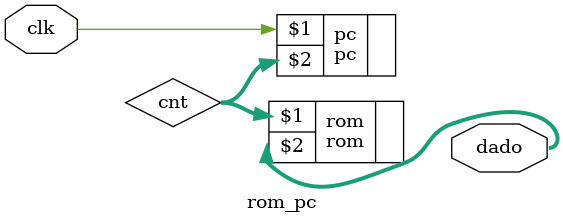
<source format=v>
module rom_pc
(
	input clk,
	output [7:0] dado
);

wire [3:0] cnt;

pc pc(clk, cnt);

rom rom(cnt, dado);


endmodule

</source>
